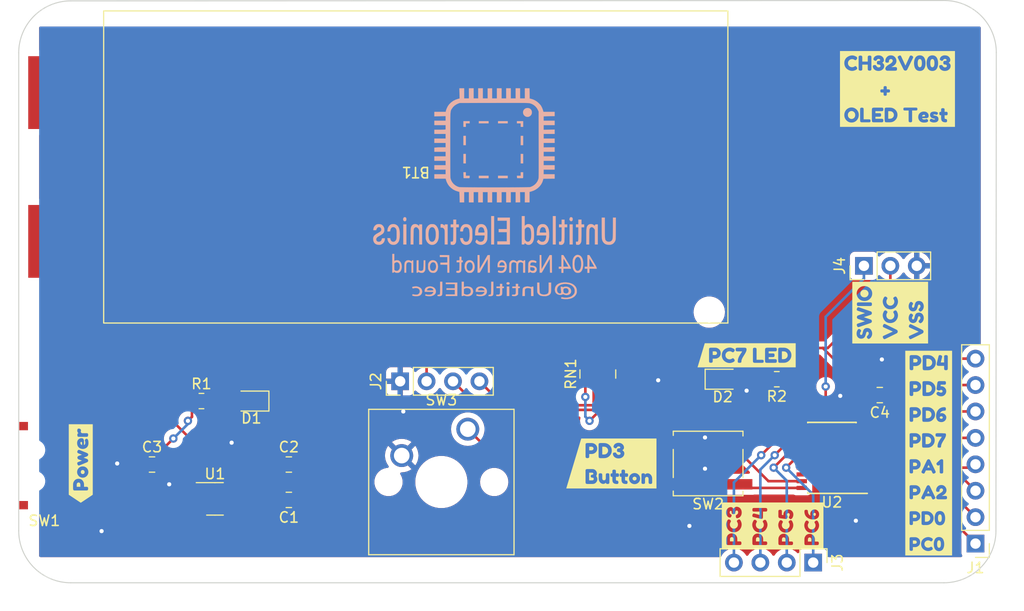
<source format=kicad_pcb>
(kicad_pcb (version 20211014) (generator pcbnew)
  (layers (0 "F.Cu" signal) (31 "B.Cu" signal) (34 "B.Paste" user) (35 "F.Paste" user) (36 "B.SilkS" user "B.Silkscreen") (37 "F.SilkS" user "F.Silkscreen") (38 "B.Mask" user) (39 "F.Mask" user) (44 "Edge.Cuts" user))
  (net 0 "")
  (net 1 "Net-(BT1-Pad1)")
  (net 2 "VSS")
  (net 3 "Net-(C2-Pad1)")
  (net 4 "Net-(C2-Pad2)")
  (net 5 "VCC")
  (net 6 "Net-(D1-Pad2)")
  (net 7 "Net-(D2-Pad2)")
  (net 8 "Net-(J1-Pad1)")
  (net 9 "Net-(J1-Pad2)")
  (net 10 "Net-(J1-Pad3)")
  (net 11 "Net-(J1-Pad4)")
  (net 12 "Net-(J1-Pad5)")
  (net 13 "Net-(J1-Pad6)")
  (net 14 "Net-(J1-Pad7)")
  (net 15 "Net-(J1-Pad8)")
  (net 16 "SCL")
  (net 17 "SDA")
  (net 18 "Net-(J3-Pad1)")
  (net 19 "Net-(J3-Pad2)")
  (net 20 "Net-(J3-Pad3)")
  (net 21 "Net-(J3-Pad4)")
  (net 22 "SWIO")
  (net 23 "Net-(R2-Pad1)")
  (net 24 "Net-(U1-Pad3)")
  (net 26 "Net-(SW2-Pad1)")
  (net 27 "Net-(SW3-Pad1)")
  (footprint "kibuzzard-63E933A2" (layer "F.Cu") (at 164.5 99.6)
    (fp_text reference "kibuzzard-63E933A2" hide)
    (fp_text value "G***" hide)
  )
  (footprint "Package_SO:SSOP-20_4.4x6.5mm_P0.65mm" (layer "F.Cu") (at 172.7 109.425 180)
    (fp_text reference "U2" (at 0 -4.3) (layer "F.SilkS"))
    (fp_text value "CH32V003F4P6")
    (pad "1" smd rect (at -2.9 -2.925 180) (size 1 0.4) (layers "F.Cu" "F.Paste" "F.Mask") (net 8 "Net-(J1-Pad1)"))
    (pad "2" smd rect (at -2.9 -2.275 180) (size 1 0.4) (layers "F.Cu" "F.Paste" "F.Mask") (net 9 "Net-(J1-Pad2)"))
    (pad "3" smd rect (at -2.9 -1.625 180) (size 1 0.4) (layers "F.Cu" "F.Paste" "F.Mask") (net 10 "Net-(J1-Pad3)"))
    (pad "4" smd rect (at -2.9 -0.975 180) (size 1 0.4) (layers "F.Cu" "F.Paste" "F.Mask") (net 11 "Net-(J1-Pad4)"))
    (pad "5" smd rect (at -2.9 -0.325 180) (size 1 0.4) (layers "F.Cu" "F.Paste" "F.Mask") (net 12 "Net-(J1-Pad5)"))
    (pad "6" smd rect (at -2.9 0.325 180) (size 1 0.4) (layers "F.Cu" "F.Paste" "F.Mask") (net 13 "Net-(J1-Pad6)"))
    (pad "7" smd rect (at -2.9 0.975 180) (size 1 0.4) (layers "F.Cu" "F.Paste" "F.Mask") (net 2 "VSS"))
    (pad "8" smd rect (at -2.9 1.625 180) (size 1 0.4) (layers "F.Cu" "F.Paste" "F.Mask") (net 14 "Net-(J1-Pad7)"))
    (pad "9" smd rect (at -2.9 2.275 180) (size 1 0.4) (layers "F.Cu" "F.Paste" "F.Mask") (net 5 "VCC"))
    (pad "10" smd rect (at -2.9 2.925 180) (size 1 0.4) (layers "F.Cu" "F.Paste" "F.Mask") (net 15 "Net-(J1-Pad8)"))
    (pad "11" smd rect (at 2.9 2.925 180) (size 1 0.4) (layers "F.Cu" "F.Paste" "F.Mask") (net 17 "SDA"))
    (pad "12" smd rect (at 2.9 2.275 180) (size 1 0.4) (layers "F.Cu" "F.Paste" "F.Mask") (net 16 "SCL"))
    (pad "13" smd rect (at 2.9 1.625 180) (size 1 0.4) (layers "F.Cu" "F.Paste" "F.Mask") (net 21 "Net-(J3-Pad4)"))
    (pad "14" smd rect (at 2.9 0.975 180) (size 1 0.4) (layers "F.Cu" "F.Paste" "F.Mask") (net 20 "Net-(J3-Pad3)"))
    (pad "15" smd rect (at 2.9 0.325 180) (size 1 0.4) (layers "F.Cu" "F.Paste" "F.Mask") (net 19 "Net-(J3-Pad2)"))
    (pad "16" smd rect (at 2.9 -0.325 180) (size 1 0.4) (layers "F.Cu" "F.Paste" "F.Mask") (net 18 "Net-(J3-Pad1)"))
    (pad "17" smd rect (at 2.9 -0.975 180) (size 1 0.4) (layers "F.Cu" "F.Paste" "F.Mask") (net 23 "Net-(R2-Pad1)"))
    (pad "18" smd rect (at 2.9 -1.625 180) (size 1 0.4) (layers "F.Cu" "F.Paste" "F.Mask") (net 22 "SWIO"))
    (pad "19" smd rect (at 2.9 -2.275 180) (size 1 0.4) (layers "F.Cu" "F.Paste" "F.Mask") (net 27 "Net-(SW3-Pad1)"))
    (pad "20" smd rect (at 2.9 -2.925 180) (size 1 0.4) (layers "F.Cu" "F.Paste" "F.Mask") (net 26 "Net-(SW2-Pad1)"))
  )
  (footprint "kibuzzard-63E93344" (layer "F.Cu") (at 167 116 90)
    (fp_text reference "kibuzzard-63E93344" hide)
    (fp_text value "G***" hide)
  )
  (footprint "kibuzzard-63E934AF" (layer "F.Cu") (at 179 74)
    (fp_text reference "kibuzzard-63E934AF" hide)
    (fp_text value "G***" hide)
  )
  (footprint "kibuzzard-63E93477" (layer "F.Cu") (at 100.5 110 90)
    (fp_text reference "kibuzzard-63E93477" hide)
    (fp_text value "G***" hide)
  )
  (footprint "LED_SMD:LED_0805_2012Metric" (layer "F.Cu") (at 116.9 104 180)
    (fp_text reference "D1" (at 0 -1.65) (layer "F.SilkS"))
    (fp_text value "Power LED")
    (pad "1" smd roundrect (at -0.9375 0 180) (size 0.975 1.4) (layers "F.Cu" "F.Paste" "F.Mask") (net 2 "VSS"))
    (pad "2" smd roundrect (at 0.9375 0 180) (size 0.975 1.4) (layers "F.Cu" "F.Paste" "F.Mask") (net 6 "Net-(D1-Pad2)"))
  )
  (footprint "Capacitor_SMD:C_0805_2012Metric" (layer "F.Cu") (at 107.35 110.1)
    (fp_text reference "C3" (at 0 -1.68) (layer "F.SilkS"))
    (fp_text value "C_Small")
    (pad "1" smd roundrect (at -0.95 0) (size 1 1.45) (layers "F.Cu" "F.Paste" "F.Mask") (net 2 "VSS"))
    (pad "2" smd roundrect (at 0.95 0) (size 1 1.45) (layers "F.Cu" "F.Paste" "F.Mask") (net 5 "VCC"))
  )
  (footprint "Connector_PinHeader_2.54mm:PinHeader_1x04_P2.54mm_Vertical" (layer "F.Cu") (at 170.9 119.525 -90)
    (fp_text reference "J3" (at 0 -2.33 90) (layer "F.SilkS"))
    (fp_text value "Conn_01x04")
    (pad "1" thru_hole rect (at 0 0 270) (size 1.7 1.7) (drill 1) (layers *.Cu *.Mask) (net 18 "Net-(J3-Pad1)"))
    (pad "2" thru_hole oval (at 0 2.54 270) (size 1.7 1.7) (drill 1) (layers *.Cu *.Mask) (net 19 "Net-(J3-Pad2)"))
    (pad "3" thru_hole oval (at 0 5.08 270) (size 1.7 1.7) (drill 1) (layers *.Cu *.Mask) (net 20 "Net-(J3-Pad3)"))
    (pad "4" thru_hole oval (at 0 7.62 270) (size 1.7 1.7) (drill 1) (layers *.Cu *.Mask) (net 21 "Net-(J3-Pad4)"))
  )
  (footprint "Button_Switch_SMD:SW_SPST_EVQP0" (layer "F.Cu") (at 160.8 110 180)
    (fp_text reference "SW2" (at 0 -3.9) (layer "F.SilkS"))
    (fp_text value "SW_Push")
    (pad "1" smd rect (at 2.88 -2 180) (size 2.75 1) (layers "F.Cu" "F.Paste" "F.Mask") (net 26 "Net-(SW2-Pad1)"))
    (pad "1" smd rect (at -2.88 -2 180) (size 2.75 1) (layers "F.Cu" "F.Paste" "F.Mask") (net 26 "Net-(SW2-Pad1)"))
    (pad "2" smd rect (at 2.88 2 180) (size 2.75 1) (layers "F.Cu" "F.Paste" "F.Mask") (net 2 "VSS"))
    (pad "2" smd rect (at -2.88 2 180) (size 2.75 1) (layers "F.Cu" "F.Paste" "F.Mask") (net 2 "VSS"))
  )
  (footprint "Connector_PinHeader_2.54mm:PinHeader_1x08_P2.54mm_Vertical" (layer "F.Cu") (at 186.5 117.7 180)
    (fp_text reference "J1" (at 0 -2.33) (layer "F.SilkS"))
    (fp_text value "Conn_01x08")
    (pad "1" thru_hole rect (at 0 0 180) (size 1.7 1.7) (drill 1) (layers *.Cu *.Mask) (net 8 "Net-(J1-Pad1)"))
    (pad "2" thru_hole oval (at 0 2.54 180) (size 1.7 1.7) (drill 1) (layers *.Cu *.Mask) (net 9 "Net-(J1-Pad2)"))
    (pad "3" thru_hole oval (at 0 5.08 180) (size 1.7 1.7) (drill 1) (layers *.Cu *.Mask) (net 10 "Net-(J1-Pad3)"))
    (pad "4" thru_hole oval (at 0 7.62 180) (size 1.7 1.7) (drill 1) (layers *.Cu *.Mask) (net 11 "Net-(J1-Pad4)"))
    (pad "5" thru_hole oval (at 0 10.16 180) (size 1.7 1.7) (drill 1) (layers *.Cu *.Mask) (net 12 "Net-(J1-Pad5)"))
    (pad "6" thru_hole oval (at 0 12.7 180) (size 1.7 1.7) (drill 1) (layers *.Cu *.Mask) (net 13 "Net-(J1-Pad6)"))
    (pad "7" thru_hole oval (at 0 15.24 180) (size 1.7 1.7) (drill 1) (layers *.Cu *.Mask) (net 14 "Net-(J1-Pad7)"))
    (pad "8" thru_hole oval (at 0 17.78 180) (size 1.7 1.7) (drill 1) (layers *.Cu *.Mask) (net 15 "Net-(J1-Pad8)"))
  )
  (footprint "UE-Battery:Keystone_1012_2AA_SMD_UE" (layer "F.Cu") (at 132.7 81.5 180)
    (fp_text reference "BT1" (at 0 -0.5 180 unlocked) (layer "F.SilkS"))
    (fp_text value "Battery")
    (pad "" np_thru_hole circle (at -28.21 -13.95 180) (size 2 2) (drill 2) (layers F&B.Cu *.Mask))
    (pad "1" smd rect (at 33.25 -7.15 180) (size 8 7) (layers "F.Cu" "F.Paste" "F.Mask") (net 1 "Net-(BT1-Pad1)"))
    (pad "2" smd rect (at 33.25 7.15 180) (size 8 7) (layers "F.Cu" "F.Paste" "F.Mask") (net 2 "VSS"))
    (pad "3" smd rect (at -33.25 -7.15 180) (size 8 7) (layers "F.Cu" "F.Paste" "F.Mask"))
    (pad "3" smd rect (at -33.25 7.15 180) (size 8 7) (layers "F.Cu" "F.Paste" "F.Mask"))
  )
  (footprint "Connector_PinHeader_2.54mm:PinHeader_1x04_P2.54mm_Vertical" (layer "F.Cu") (at 131.2 102.1 90)
    (fp_text reference "J2" (at 0 -2.33 90) (layer "F.SilkS"))
    (fp_text value "OLED")
    (pad "1" thru_hole rect (at 0 0 90) (size 1.7 1.7) (drill 1) (layers *.Cu *.Mask) (net 2 "VSS"))
    (pad "2" thru_hole oval (at 0 2.54 90) (size 1.7 1.7) (drill 1) (layers *.Cu *.Mask) (net 5 "VCC"))
    (pad "3" thru_hole oval (at 0 5.08 90) (size 1.7 1.7) (drill 1) (layers *.Cu *.Mask) (net 16 "SCL"))
    (pad "4" thru_hole oval (at 0 7.62 90) (size 1.7 1.7) (drill 1) (layers *.Cu *.Mask) (net 17 "SDA"))
  )
  (footprint "UE-ButtonSwitch:SK-3296S_switch" (layer "F.Cu") (at 96.125 110.205 90)
    (fp_text reference "SW1" (at -5.295 0.875 180) (layer "F.SilkS"))
    (fp_text value "Power")
    (pad "" np_thru_hole circle (at 1.5 0 90) (size 0.9 0.9) (drill 0.9) (layers *.Cu *.Mask))
    (pad "" np_thru_hole circle (at -1.5 0 90) (size 0.9 0.9) (drill 0.9) (layers *.Cu *.Mask))
    (pad "1" smd rect (at -2.25 2.125 90) (size 0.9 1.25) (layers "F.Cu" "F.Paste" "F.Mask") (net 24 "Net-(U1-Pad3)"))
    (pad "2" smd rect (at -0.75 2.125 90) (size 0.9 1.25) (layers "F.Cu" "F.Paste" "F.Mask") (net 1 "Net-(BT1-Pad1)"))
    (pad "3" smd rect (at 2.25 2.125 90) (size 0.9 1.25) (layers "F.Cu" "F.Paste" "F.Mask"))
    (pad "4" smd rect (at 3.8 -1.15 90) (size 0.8 0.9) (layers "F.Cu" "F.Paste" "F.Mask"))
    (pad "4" smd rect (at 3.81 1.15 90) (size 0.8 0.9) (layers "F.Cu" "F.Paste" "F.Mask"))
    (pad "4" smd rect (at -3.8 -1.15 90) (size 0.8 0.9) (layers "F.Cu" "F.Paste" "F.Mask"))
    (pad "4" smd rect (at -3.8 1.15 90) (size 0.8 0.9) (layers "F.Cu" "F.Paste" "F.Mask"))
  )
  (footprint "Capacitor_SMD:C_0805_2012Metric" (layer "F.Cu") (at 120.5 113.5 180)
    (fp_text reference "C1" (at 0 -1.68) (layer "F.SilkS"))
    (fp_text value "C_Small")
    (pad "1" smd roundrect (at -0.95 0 180) (size 1 1.45) (layers "F.Cu" "F.Paste" "F.Mask") (net 2 "VSS"))
    (pad "2" smd roundrect (at 0.95 0 180) (size 1 1.45) (layers "F.Cu" "F.Paste" "F.Mask") (net 1 "Net-(BT1-Pad1)"))
  )
  (footprint "Resistor_SMD:R_Array_Concave_4x0603" (layer "F.Cu") (at 150.2 101.4 90)
    (fp_text reference "RN1" (at 0 -2.6 90) (layer "F.SilkS"))
    (fp_text value "R_Pack04")
    (pad "1" smd rect (at -0.85 -1.2 90) (size 0.9 0.4) (layers "F.Cu" "F.Paste" "F.Mask") (net 16 "SCL"))
    (pad "2" smd rect (at -0.85 -0.4 90) (size 0.9 0.4) (layers "F.Cu" "F.Paste" "F.Mask") (net 17 "SDA"))
    (pad "3" smd rect (at -0.85 0.4 90) (size 0.9 0.4) (layers "F.Cu" "F.Paste" "F.Mask"))
    (pad "4" smd rect (at -0.85 1.2 90) (size 0.9 0.4) (layers "F.Cu" "F.Paste" "F.Mask"))
    (pad "5" smd rect (at 0.85 1.2 90) (size 0.9 0.4) (layers "F.Cu" "F.Paste" "F.Mask") (net 5 "VCC"))
    (pad "6" smd rect (at 0.85 0.4 90) (size 0.9 0.4) (layers "F.Cu" "F.Paste" "F.Mask") (net 5 "VCC"))
    (pad "7" smd rect (at 0.85 -0.4 90) (size 0.9 0.4) (layers "F.Cu" "F.Paste" "F.Mask") (net 5 "VCC"))
    (pad "8" smd rect (at 0.85 -1.2 90) (size 0.9 0.4) (layers "F.Cu" "F.Paste" "F.Mask") (net 5 "VCC"))
  )
  (footprint "Capacitor_SMD:C_0805_2012Metric" (layer "F.Cu") (at 120.5 110.1)
    (fp_text reference "C2" (at 0 -1.68) (layer "F.SilkS"))
    (fp_text value "C_Small")
    (pad "1" smd roundrect (at -0.95 0) (size 1 1.45) (layers "F.Cu" "F.Paste" "F.Mask") (net 3 "Net-(C2-Pad1)"))
    (pad "2" smd roundrect (at 0.95 0) (size 1 1.45) (layers "F.Cu" "F.Paste" "F.Mask") (net 4 "Net-(C2-Pad2)"))
  )
  (footprint "Resistor_SMD:R_0805_2012Metric" (layer "F.Cu") (at 167.4 101.9 180)
    (fp_text reference "R2" (at 0 -1.65) (layer "F.SilkS"))
    (fp_text value "330")
    (pad "1" smd roundrect (at -0.9125 0 180) (size 1.025 1.4) (layers "F.Cu" "F.Paste" "F.Mask") (roundrect_rratio 0.243902439) (net 23 "Net-(R2-Pad1)"))
    (pad "2" smd roundrect (at 0.9125 0 180) (size 1.025 1.4) (layers "F.Cu" "F.Paste" "F.Mask") (roundrect_rratio 0.243902439) (net 7 "Net-(D2-Pad2)"))
  )
  (footprint "Button_Switch_Keyboard:SW_Cherry_MX_1.00u_PCB" (layer "F.Cu") (at 137.7 106.7)
    (fp_text reference "SW3" (at -2.54 -2.794) (layer "F.SilkS"))
    (fp_text value "SW_Push")
    (pad "" np_thru_hole circle (at 2.54 5.08) (size 1.7 1.7) (drill 1.7) (layers *.Cu *.Mask))
    (pad "" np_thru_hole circle (at -7.62 5.08) (size 1.7 1.7) (drill 1.7) (layers *.Cu *.Mask))
    (pad "" np_thru_hole circle (at -2.54 5.08) (size 4 4) (drill 4) (layers *.Cu *.Mask))
    (pad "1" thru_hole circle (at 0 0) (size 2.2 2.2) (drill 1.5) (layers *.Cu *.Mask) (net 27 "Net-(SW3-Pad1)"))
    (pad "2" thru_hole circle (at -6.35 2.54) (size 2.2 2.2) (drill 1.5) (layers *.Cu *.Mask) (net 2 "VSS"))
  )
  (footprint "LED_SMD:LED_0805_2012Metric" (layer "F.Cu") (at 162.2 101.9)
    (fp_text reference "D2" (at 0 1.7) (layer "F.SilkS"))
    (fp_text value "LED_Small")
    (pad "1" smd roundrect (at -0.9375 0) (size 0.975 1.4) (layers "F.Cu" "F.Paste" "F.Mask") (net 2 "VSS"))
    (pad "2" smd roundrect (at 0.9375 0) (size 0.975 1.4) (layers "F.Cu" "F.Paste" "F.Mask") (net 7 "Net-(D2-Pad2)"))
  )
  (footprint "Capacitor_SMD:C_0805_2012Metric" (layer "F.Cu") (at 177.3 103.425 180)
    (fp_text reference "C4" (at 0 -1.68) (layer "F.SilkS"))
    (fp_text value "C_Small")
    (pad "1" smd roundrect (at -0.95 0 180) (size 1 1.45) (layers "F.Cu" "F.Paste" "F.Mask") (net 2 "VSS"))
    (pad "2" smd roundrect (at 0.95 0 180) (size 1 1.45) (layers "F.Cu" "F.Paste" "F.Mask") (net 5 "VCC"))
  )
  (footprint "Connector_PinHeader_2.54mm:PinHeader_1x03_P2.54mm_Vertical" (layer "F.Cu") (at 175.775 91 90)
    (fp_text reference "J4" (at 0 -2.33 90) (layer "F.SilkS"))
    (fp_text value "Prog")
    (pad "1" thru_hole rect (at 0 0 90) (size 1.7 1.7) (drill 1) (layers *.Cu *.Mask) (net 22 "SWIO"))
    (pad "2" thru_hole oval (at 0 2.54 90) (size 1.7 1.7) (drill 1) (layers *.Cu *.Mask) (net 5 "VCC"))
    (pad "3" thru_hole oval (at 0 5.08 90) (size 1.7 1.7) (drill 1) (layers *.Cu *.Mask) (net 2 "VSS"))
  )
  (footprint "Resistor_SMD:R_0805_2012Metric" (layer "F.Cu") (at 112.1 104)
    (fp_text reference "R1" (at 0 -1.65) (layer "F.SilkS"))
    (fp_text value "330")
    (pad "1" smd roundrect (at -0.9125 0) (size 1.025 1.4) (layers "F.Cu" "F.Paste" "F.Mask") (roundrect_rratio 0.243902439) (net 5 "VCC"))
    (pad "2" smd roundrect (at 0.9125 0) (size 1.025 1.4) (layers "F.Cu" "F.Paste" "F.Mask") (roundrect_rratio 0.243902439) (net 6 "Net-(D1-Pad2)"))
  )
  (footprint "Package_TO_SOT_SMD:SOT-23-6" (layer "F.Cu") (at 113.4 113.4)
    (fp_text reference "U1" (at 0 -2.4) (layer "F.SilkS"))
    (fp_text value "XDS-TX4310B")
    (pad "1" smd roundrect (at -1.1375 -0.95) (size 1.325 0.6) (layers "F.Cu" "F.Paste" "F.Mask") (net 5 "VCC"))
    (pad "2" smd roundrect (at -1.1375 0) (size 1.325 0.6) (layers "F.Cu" "F.Paste" "F.Mask") (net 2 "VSS"))
    (pad "3" smd roundrect (at -1.1375 0.95) (size 1.325 0.6) (layers "F.Cu" "F.Paste" "F.Mask") (net 24 "Net-(U1-Pad3)"))
    (pad "4" smd roundrect (at 1.1375 0.95) (size 1.325 0.6) (layers "F.Cu" "F.Paste" "F.Mask") (net 4 "Net-(C2-Pad2)"))
    (pad "5" smd roundrect (at 1.1375 0) (size 1.325 0.6) (layers "F.Cu" "F.Paste" "F.Mask") (net 1 "Net-(BT1-Pad1)"))
    (pad "6" smd roundrect (at 1.1375 -0.95) (size 1.325 0.6) (layers "F.Cu" "F.Paste" "F.Mask") (net 3 "Net-(C2-Pad1)"))
  )
  (footprint "kibuzzard-63E932E7" (layer "F.Cu") (at 178.3 95.5 90)
    (fp_text reference "kibuzzard-63E932E7" hide)
    (fp_text value "G***" hide)
  )
  (footprint "kibuzzard-63E9336F" (layer "F.Cu") (at 151.5 110)
    (fp_text reference "kibuzzard-63E9336F" hide)
    (fp_text value "G***" hide)
  )
  (footprint "kibuzzard-63E932A7" (layer "F.Cu") (at 182 109)
    (fp_text reference "kibuzzard-63E932A7" hide)
    (fp_text value "G***" hide)
  )
  (footprint "cafebabe:UELogoAbove" (layer "B.Cu") (at 140.5 83 180)
    (fp_text reference "Ref**" hide)
    (fp_text value "Val**" hide)
  )
  (gr_line (start 188.5 70.5) (end 188.464466 116.464466) (layer "Edge.Cuts") (width 0.1))
  (gr_line (start 99.535534 65.535534) (end 183.5 65.5) (layer "Edge.Cuts") (width 0.1))
  (gr_line (start 183.464466 121.464466) (end 99.535534 121.464466) (layer "Edge.Cuts") (width 0.1))
  (gr_arc (start 183.5 65.5) (mid 187.035534 66.964466) (end 188.5 70.5) (layer "Edge.Cuts") (width 0.1))
  (gr_arc (start 94.535534 70.535534) (mid 96 67) (end 99.535534 65.535534) (layer "Edge.Cuts") (width 0.1))
  (gr_arc (start 188.464466 116.464466) (mid 187 120) (end 183.464466 121.464466) (layer "Edge.Cuts") (width 0.1))
  (gr_arc (start 99.535534 121.464466) (mid 96 120) (end 94.535534 116.464466) (layer "Edge.Cuts") (width 0.1))
  (gr_line (start 94.535534 116.464466) (end 94.535534 70.535534) (layer "Edge.Cuts") (width 0.1))
  (segment (start 165.95 74.35) (end 165.95 88.65) (width 0.25) (layer "F.Cu") (net 0))
  (segment (start 99.45 88.65) (end 99.45 96.05) (width 0.25) (layer "F.Cu") (net 1))
  (segment (start 113.4 110) (end 113.4 112.646751) (width 0.25) (layer "F.Cu") (net 1))
  (segment (start 119.45 113.4) (end 119.55 113.5) (width 0.25) (layer "F.Cu") (net 1))
  (segment (start 99.045 110.955) (end 106.7 103.3) (width 0.25) (layer "F.Cu") (net 1))
  (segment (start 114.153249 113.4) (end 114.5375 113.4) (width 0.25) (layer "F.Cu") (net 1))
  (segment (start 98.25 110.955) (end 99.045 110.955) (width 0.25) (layer "F.Cu") (net 1))
  (segment (start 106.7 103.3) (end 113.4 110) (width 0.25) (layer "F.Cu") (net 1))
  (segment (start 99.45 96.05) (end 106.7 103.3) (width 0.25) (layer "F.Cu") (net 1))
  (segment (start 114.5375 113.4) (end 119.45 113.4) (width 0.25) (layer "F.Cu") (net 1))
  (segment (start 113.4 112.646751) (end 114.153249 113.4) (width 0.25) (layer "F.Cu") (net 1))
  (segment (start 175.6 108.45) (end 174.45 108.45) (width 0.25) (layer "F.Cu") (net 2))
  (segment (start 174.45 108.45) (end 173.5 107.5) (width 0.25) (layer "F.Cu") (net 2))
  (segment (start 173.5 107.5) (end 173.5 103.5) (width 0.25) (layer "F.Cu") (net 2))
  (via (at 115 108) (size 0.8) (drill 0.4) (layers "F.Cu" "B.Cu") (net 2))
  (via (at 159 116) (size 0.8) (drill 0.4) (layers "F.Cu" "B.Cu") (net 2))
  (via (at 109 112) (size 0.8) (drill 0.4) (layers "F.Cu" "B.Cu") (net 2))
  (via (at 156 102) (size 0.8) (drill 0.4) (layers "F.Cu" "B.Cu") (net 2))
  (via (at 173.5 103.5) (size 0.8) (drill 0.4) (layers "F.Cu" "B.Cu") (net 2))
  (via (at 104 110) (size 0.8) (drill 0.4) (layers "F.Cu" "B.Cu") (net 2))
  (via (at 160.5 110.5) (size 0.8) (drill 0.4) (layers "F.Cu" "B.Cu") (net 2))
  (via (at 175 115.5) (size 0.8) (drill 0.4) (layers "F.Cu" "B.Cu") (net 2))
  (via (at 160.5 107.5) (size 0.8) (drill 0.4) (layers "F.Cu" "B.Cu") (net 2))
  (via (at 164.5 103) (size 0.8) (drill 0.4) (layers "F.Cu" "B.Cu") (net 2))
  (via (at 102.5 116.5) (size 0.8) (drill 0.4) (layers "F.Cu" "B.Cu") (net 2))
  (via (at 131.5 105) (size 0.8) (drill 0.4) (layers "F.Cu" "B.Cu") (net 2))
  (via (at 177.5 100) (size 0.8) (drill 0.4) (layers "F.Cu" "B.Cu") (net 2))
  (segment (start 117.2 112.45) (end 119.55 110.1) (width 0.25) (layer "F.Cu") (net 3))
  (segment (start 114.5375 112.45) (end 117.2 112.45) (width 0.25) (layer "F.Cu") (net 3))
  (segment (start 120.038173 114.55) (end 120.625 113.963173) (width 0.25) (layer "F.Cu") (net 4))
  (segment (start 114.5375 114.35) (end 114.7375 114.55) (width 0.25) (layer "F.Cu") (net 4))
  (segment (start 120.625 113.963173) (end 120.625 110.925) (width 0.25) (layer "F.Cu") (net 4))
  (segment (start 120.625 110.925) (end 121.45 110.1) (width 0.25) (layer "F.Cu") (net 4))
  (segment (start 114.7375 114.55) (end 120.038173 114.55) (width 0.25) (layer "F.Cu") (net 4))
  (segment (start 151.4 100.55) (end 149 100.55) (width 0.25) (layer "F.Cu") (net 5))
  (segment (start 174.85 107.15) (end 174.3 106.6) (width 0.25) (layer "F.Cu") (net 5))
  (segment (start 149 99.2) (end 148.7 98.9) (width 0.25) (layer "F.Cu") (net 5))
  (segment (start 142.1 98.9) (end 148.7 98.9) (width 0.25) (layer "F.Cu") (net 5))
  (segment (start 111.1875 105.5125) (end 110.8 105.9) (width 0.25) (layer "F.Cu") (net 5))
  (segment (start 110.65 112.45) (end 108.3 110.1) (width 0.25) (layer "F.Cu") (net 5))
  (segment (start 111.1875 104) (end 116.2875 98.9) (width 0.25) (layer "F.Cu") (net 5))
  (segment (start 171.825 98.9) (end 172.3 98.9) (width 0.25) (layer "F.Cu") (net 5))
  (segment (start 172.3 98.9) (end 178.315 92.885) (width 0.25) (layer "F.Cu") (net 5))
  (segment (start 148.7 98.9) (end 171.825 98.9) (width 0.25) (layer "F.Cu") (net 5))
  (segment (start 133.1 98.9) (end 142.1 98.9) (width 0.25) (layer "F.Cu") (net 5))
  (segment (start 108.3 108.7) (end 108.3 110.1) (width 0.25) (layer "F.Cu") (net 5))
  (segment (start 111.1875 104) (end 111.1875 105.5125) (width 0.25) (layer "F.Cu") (net 5))
  (segment (start 175.6 107.15) (end 174.85 107.15) (width 0.25) (layer "F.Cu") (net 5))
  (segment (start 112.2625 112.45) (end 110.65 112.45) (width 0.25) (layer "F.Cu") (net 5))
  (segment (start 116.2875 98.9) (end 133.1 98.9) (width 0.25) (layer "F.Cu") (net 5))
  (segment (start 109.4 107.6) (end 108.3 108.7) (width 0.25) (layer "F.Cu") (net 5))
  (segment (start 133.74 99.54) (end 133.1 98.9) (width 0.25) (layer "F.Cu") (net 5))
  (segment (start 174.3 106.6) (end 174.3 105.475) (width 0.25) (layer "F.Cu") (net 5))
  (segment (start 171.825 98.9) (end 176.35 103.425) (width 0.25) (layer "F.Cu") (net 5))
  (segment (start 133.74 102.1) (end 133.74 99.54) (width 0.25) (layer "F.Cu") (net 5))
  (segment (start 178.315 92.885) (end 178.315 91) (width 0.25) (layer "F.Cu") (net 5))
  (segment (start 149 100.55) (end 149 99.2) (width 0.25) (layer "F.Cu") (net 5))
  (segment (start 174.3 105.475) (end 176.35 103.425) (width 0.25) (layer "F.Cu") (net 5))
  (via (at 109.4 107.6) (size 0.8) (drill 0.4) (layers "F.Cu" "B.Cu") (net 5))
  (via (at 110.8 105.9) (size 0.8) (drill 0.4) (layers "F.Cu" "B.Cu") (net 5))
  (segment (start 110.8 106.2) (end 109.4 107.6) (width 0.25) (layer "B.Cu") (net 5))
  (segment (start 110.8 105.9) (end 110.8 106.2) (width 0.25) (layer "B.Cu") (net 5))
  (segment (start 113.0125 104) (end 115.9625 104) (width 0.25) (layer "F.Cu") (net 6))
  (segment (start 166.4875 101.9) (end 163.1375 101.9) (width 0.25) (layer "F.Cu") (net 7))
  (segment (start 175.6 112.35) (end 181.15 112.35) (width 0.25) (layer "F.Cu") (net 8))
  (segment (start 181.15 112.35) (end 186.5 117.7) (width 0.25) (layer "F.Cu") (net 8))
  (segment (start 175.6 111.7) (end 183.04 111.7) (width 0.25) (layer "F.Cu") (net 9))
  (segment (start 183.04 111.7) (end 186.5 115.16) (width 0.25) (layer "F.Cu") (net 9))
  (segment (start 184.93 111.05) (end 186.5 112.62) (width 0.25) (layer "F.Cu") (net 10))
  (segment (start 175.6 111.05) (end 184.93 111.05) (width 0.25) (layer "F.Cu") (net 10))
  (segment (start 175.6 110.4) (end 186.18 110.4) (width 0.25) (layer "F.Cu") (net 11))
  (segment (start 186.18 110.4) (end 186.5 110.08) (width 0.25) (layer "F.Cu") (net 11))
  (segment (start 180.75 109.75) (end 182.96 107.54) (width 0.25) (layer "F.Cu") (net 12))
  (segment (start 175.6 109.75) (end 180.75 109.75) (width 0.25) (layer "F.Cu") (net 12))
  (segment (start 182.96 107.54) (end 186.5 107.54) (width 0.25) (layer "F.Cu") (net 12))
  (segment (start 183.2 105) (end 186.5 105) (width 0.25) (layer "F.Cu") (net 13))
  (segment (start 179.1 109.1) (end 183.2 105) (width 0.25) (layer "F.Cu") (net 13))
  (segment (start 175.6 109.1) (end 179.1 109.1) (width 0.25) (layer "F.Cu") (net 13))
  (segment (start 177.86 107.8) (end 183.2 102.46) (width 0.25) (layer "F.Cu") (net 14))
  (segment (start 175.6 107.8) (end 177.86 107.8) (width 0.25) (layer "F.Cu") (net 14))
  (segment (start 183.2 102.46) (end 186.5 102.46) (width 0.25) (layer "F.Cu") (net 14))
  (segment (start 175.6 106.5) (end 176.713173 106.5) (width 0.25) (layer "F.Cu") (net 15))
  (segment (start 176.713173 106.5) (end 183.293173 99.92) (width 0.25) (layer "F.Cu") (net 15))
  (segment (start 183.293173 99.92) (end 186.5 99.92) (width 0.25) (layer "F.Cu") (net 15))
  (segment (start 149 102.25) (end 149 103.6) (width 0.25) (layer "F.Cu") (net 16))
  (segment (start 149.4 105.9) (end 150.45 104.85) (width 0.25) (layer "F.Cu") (net 16))
  (segment (start 150.45 104.85) (end 166.013604 104.85) (width 0.25) (layer "F.Cu") (net 16))
  (segment (start 168.313604 107.15) (end 169.8 107.15) (width 0.25) (layer "F.Cu") (net 16))
  (segment (start 139.03 104.85) (end 150.45 104.85) (width 0.25) (layer "F.Cu") (net 16))
  (segment (start 166.013604 104.85) (end 168.313604 107.15) (width 0.25) (layer "F.Cu") (net 16))
  (segment (start 136.28 102.1) (end 139.03 104.85) (width 0.25) (layer "F.Cu") (net 16))
  (via (at 149 103.6) (size 0.8) (drill 0.4) (layers "F.Cu" "B.Cu") (net 16))
  (via (at 149.4 105.9) (size 0.8) (drill 0.4) (layers "F.Cu" "B.Cu") (net 16))
  (segment (start 149 103.6) (end 149 105.5) (width 0.25) (layer "B.Cu") (net 16))
  (segment (start 149 105.5) (end 149.4 105.9) (width 0.25) (layer "B.Cu") (net 16))
  (segment (start 166.2 104.4) (end 150.1 104.4) (width 0.25) (layer "F.Cu") (net 17))
  (segment (start 149.8 104.1) (end 150.1 104.4) (width 0.25) (layer "F.Cu") (net 17))
  (segment (start 149.8 102.25) (end 149.8 104.1) (width 0.25) (layer "F.Cu") (net 17))
  (segment (start 141.12 104.4) (end 138.82 102.1) (width 0.25) (layer "F.Cu") (net 17))
  (segment (start 168.3 106.5) (end 166.2 104.4) (width 0.25) (layer "F.Cu") (net 17))
  (segment (start 169.8 106.5) (end 168.3 106.5) (width 0.25) (layer "F.Cu") (net 17))
  (segment (start 150.1 104.4) (end 141.12 104.4) (width 0.25) (layer "F.Cu") (net 17))
  (segment (start 168.95 109.75) (end 168.3 110.4) (width 0.25) (layer "F.Cu") (net 18))
  (segment (start 169.8 109.75) (end 168.95 109.75) (width 0.25) (layer "F.Cu") (net 18))
  (via (at 168.3 110.4) (size 0.8) (drill 0.4) (layers "F.Cu" "B.Cu") (net 18))
  (segment (start 168.3 110.4) (end 170.9 113) (width 0.25) (layer "B.Cu") (net 18))
  (segment (start 170.9 113) (end 170.9 119.525) (width 0.25) (layer "B.Cu") (net 18))
  (segment (start 169.8 109.1) (end 168.4 109.1) (width 0.25) (layer "F.Cu") (net 19))
  (segment (start 168.4 109.1) (end 167.1 110.4) (width 0.25) (layer "F.Cu") (net 19))
  (via (at 167.1 110.4) (size 0.8) (drill 0.4) (layers "F.Cu" "B.Cu") (net 19))
  (segment (start 167.1 110.4) (end 168.36 111.66) (width 0.25) (layer "B.Cu") (net 19))
  (segment (start 168.36 111.66) (end 168.36 119.525) (width 0.25) (layer "B.Cu") (net 19))
  (segment (start 169.8 108.45) (end 167.95 108.45) (width 0.25) (layer "F.Cu") (net 20))
  (segment (start 167.95 108.45) (end 167.2 109.2) (width 0.25) (layer "F.Cu") (net 20))
  (via (at 167.2 109.2) (size 0.8) (drill 0.4) (layers "F.Cu" "B.Cu") (net 20))
  (segment (start 165.82 110.58) (end 165.82 119.525) (width 0.25) (layer "B.Cu") (net 20))
  (segment (start 167.2 109.2) (end 165.82 110.58) (width 0.25) (layer "B.Cu") (net 20))
  (segment (start 167.3 107.8) (end 165.9 109.2) (width 0.25) (layer "F.Cu") (net 21))
  (segment (start 169.8 107.8) (end 167.3 107.8) (width 0.25) (layer "F.Cu") (net 21))
  (via (at 165.9 109.2) (size 0.8) (drill 0.4) (layers "F.Cu" "B.Cu") (net 21))
  (segment (start 163.28 111.82) (end 163.28 119.525) (width 0.25) (layer "B.Cu") (net 21))
  (segment (start 165.9 109.2) (end 163.28 111.82) (width 0.25) (layer "B.Cu") (net 21))
  (segment (start 170.85 111.05) (end 172.1 109.8) (width 0.25) (layer "F.Cu") (net 22))
  (segment (start 172.1 109.8) (end 172.1 102.6) (width 0.25) (layer "F.Cu") (net 22))
  (segment (start 169.8 111.05) (end 170.85 111.05) (width 0.25) (layer "F.Cu") (net 22))
  (via (at 172.1 102.6) (size 0.8) (drill 0.4) (layers "F.Cu" "B.Cu") (net 22))
  (segment (start 175.775 92.225) (end 175.775 91) (width 0.25) (layer "B.Cu") (net 22))
  (segment (start 172.1 95.9) (end 175.775 92.225) (width 0.25) (layer "B.Cu") (net 22))
  (segment (start 172.1 102.6) (end 172.1 95.9) (width 0.25) (layer "B.Cu") (net 22))
  (segment (start 170.8 110.4) (end 171.6 109.6) (width 0.25) (layer "F.Cu") (net 23))
  (segment (start 171.6 105.1875) (end 168.3125 101.9) (width 0.25) (layer "F.Cu") (net 23))
  (segment (start 171.6 109.6) (end 171.6 105.1875) (width 0.25) (layer "F.Cu") (net 23))
  (segment (start 169.8 110.4) (end 170.8 110.4) (width 0.25) (layer "F.Cu") (net 23))
  (segment (start 98.25 112.455) (end 107.555 112.455) (width 0.25) (layer "F.Cu") (net 24))
  (segment (start 109.45 114.35) (end 112.2625 114.35) (width 0.25) (layer "F.Cu") (net 24))
  (segment (start 107.555 112.455) (end 109.45 114.35) (width 0.25) (layer "F.Cu") (net 24))
  (segment (start 164.03 112.35) (end 169.8 112.35) (width 0.25) (layer "F.Cu") (net 26))
  (segment (start 163.68 112) (end 157.92 112) (width 0.25) (layer "F.Cu") (net 26))
  (segment (start 163.68 112) (end 164.03 112.35) (width 0.25) (layer "F.Cu") (net 26))
  (segment (start 139.825 108.825) (end 163.725 108.825) (width 0.25) (layer "F.Cu") (net 27))
  (segment (start 137.7 106.7) (end 139.825 108.825) (width 0.25) (layer "F.Cu") (net 27))
  (segment (start 163.725 108.825) (end 166.6 111.7) (width 0.25) (layer "F.Cu") (net 27))
  (segment (start 166.6 111.7) (end 169.8 111.7) (width 0.25) (layer "F.Cu") (net 27))
  (zone (net 2) (net_name "VSS") (layers F&B.Cu) (connect_pads (clearance 0.508)) (min_thickness 0.254) (fill yes (thermal_gap 0.508) (thermal_bridge_width 0.508))
    (polygon (pts (xy 187 119) (xy 96.5 119) (xy 96.5 68) (xy 187 68)))
  )
)
</source>
